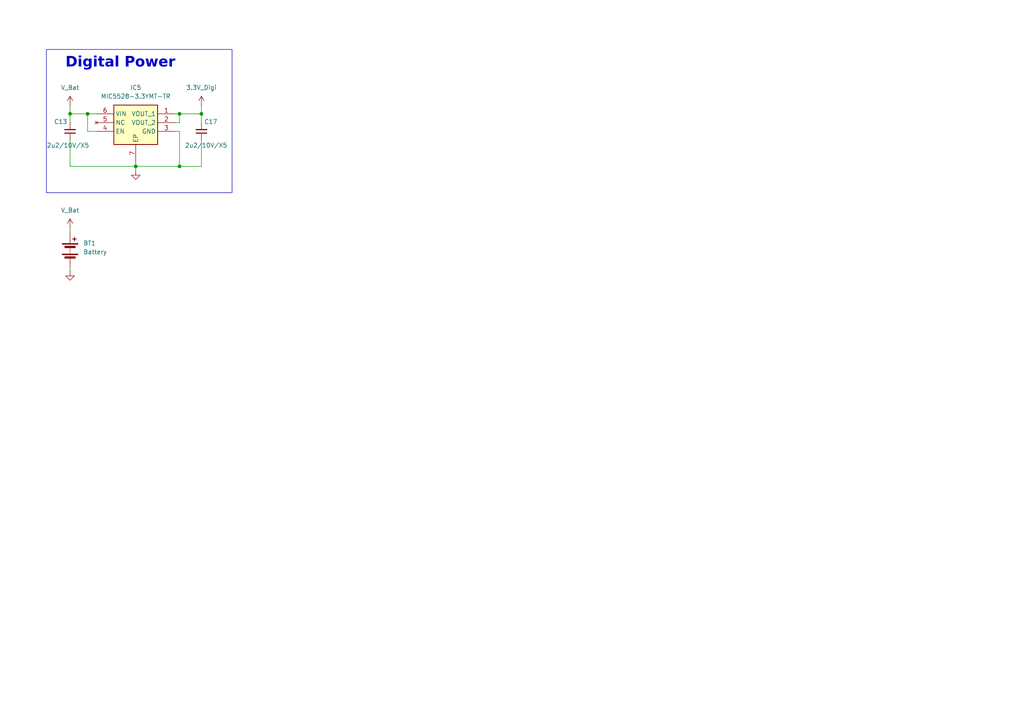
<source format=kicad_sch>
(kicad_sch (version 20231120) (generator "eeschema") (generator_version "8.0")
  (paper "A4")
  (lib_symbols
    (symbol "Device:Battery" (pin_numbers hide) (pin_names (offset 0) hide)
      (property "Reference" "BT" (at 2.54 2.54 0))
      (property "Value" "Battery" (at 2.54 0 0))
      (symbol "Battery_0_1"
        (rectangle (start -2.286 -1.27) (end 2.286 -1.524) (fill (type outline)))
        (rectangle (start -2.286 1.778) (end 2.286 1.524) (fill (type outline)))
        (rectangle (start -1.524 -2.032) (end 1.524 -2.54) (fill (type outline)))
        (rectangle (start -1.524 1.016) (end 1.524 0.508) (fill (type outline)))
        (polyline (pts (xy 0 -1.016) (xy 0 -0.762)))
        (polyline (pts (xy 0 -0.508) (xy 0 -0.254)))
        (polyline (pts (xy 0 0) (xy 0 0.254)))
        (polyline (pts (xy 0 1.778) (xy 0 2.54)))
        (polyline (pts (xy 0.762 3.048) (xy 1.778 3.048)) (stroke (width 0.254)))
        (polyline (pts (xy 1.27 3.556) (xy 1.27 2.54)) (stroke (width 0.254)))
      )
      (symbol "Battery_1_1"
        (pin passive line (at 0 5.08 270) (length 2.54) (name "+") (number "1"))
        (pin passive line (at 0 -5.08 90) (length 2.54) (name "-") (number "2"))
      )
    )
    (symbol "Device:C_Small" (pin_numbers hide) (pin_names (offset 0.254) hide)
      (property "Reference" "C" (at 0.254 1.778 0))
      (property "Value" "C_Small" (at 0.254 -2.032 0))
      (symbol "C_Small_0_1"
        (polyline (pts (xy -1.524 -0.508) (xy 1.524 -0.508)) (stroke (width 0.3302)))
        (polyline (pts (xy -1.524 0.508) (xy 1.524 0.508)) (stroke (width 0.3048)))
      )
      (symbol "C_Small_1_1"
        (pin passive line (at 0 2.54 270) (length 2.032) (name "~") (number "1"))
        (pin passive line (at 0 -2.54 90) (length 2.032) (name "~") (number "2"))
      )
    )
    (symbol "FC_Library:MIC5528-3.3YMT-TR"
      (property "Reference" "IC" (at 26.67 7.62 0))
      (property "Value" "MIC5528-3.3YMT-TR" (at 26.67 5.08 0))
      (symbol "MIC5528-3.3YMT-TR_1_1"
        (rectangle (start 5.08 2.54) (end 17.78 -8.89) (stroke (width 0.254)) (fill (type background)))
        (pin passive line (at 0 0 0) (length 5.08) (name "VOUT_1") (number "1"))
        (pin passive line (at 0 -2.54 0) (length 5.08) (name "VOUT_2") (number "2"))
        (pin passive line (at 0 -5.08 0) (length 5.08) (name "GND") (number "3"))
        (pin passive line (at 22.86 -5.08 180) (length 5.08) (name "EN") (number "4"))
        (pin no_connect line (at 22.86 -2.54 180) (length 5.08) (name "NC") (number "5"))
        (pin passive line (at 22.86 0 180) (length 5.08) (name "VIN") (number "6"))
        (pin passive line (at 11.43 -13.97 90) (length 5.08) (name "EP") (number "7"))
      )
    )
    (symbol "power:+3V3" (power) (pin_numbers hide) (pin_names (offset 0) hide)
      (property "Value" "+3V3" (at 0 3.556 0))
      (symbol "+3V3_0_1"
        (polyline (pts (xy -0.762 1.27) (xy 0 2.54)))
        (polyline (pts (xy 0 0) (xy 0 2.54)))
        (polyline (pts (xy 0 2.54) (xy 0.762 1.27)))
      )
      (symbol "+3V3_1_1"
        (pin power_in line (at 0 0 90) (length 0) (name "~") (number "1"))
      )
    )
    (symbol "power:+6V" (power) (pin_numbers hide) (pin_names (offset 0) hide)
      (property "Value" "+6V" (at 0 3.556 0))
      (symbol "+6V_0_1"
        (polyline (pts (xy -0.762 1.27) (xy 0 2.54)))
        (polyline (pts (xy 0 0) (xy 0 2.54)))
        (polyline (pts (xy 0 2.54) (xy 0.762 1.27)))
      )
      (symbol "+6V_1_1"
        (pin power_in line (at 0 0 90) (length 0) (name "~") (number "1"))
      )
    )
    (symbol "power:GND" (power) (pin_numbers hide) (pin_names (offset 0) hide)
      (property "Value" "GND" (at 0 -3.81 0))
      (symbol "GND_0_1"
        (polyline (pts (xy 0 0) (xy 0 -1.27) (xy 1.27 -1.27) (xy 0 -2.54) (xy -1.27 -1.27) (xy 0 -1.27)))
      )
      (symbol "GND_1_1"
        (pin power_in line (at 0 0 270) (length 0) (name "~") (number "1"))
      )
    )
  )
  (junction (at 39.37 48.26))
  (junction (at 20.32 33.02))
  (junction (at 58.42 33.02))
  (junction (at 25.4 33.02))
  (junction (at 52.07 48.26))
  (junction (at 52.07 33.02))
  (wire (pts (xy 25.4 33.02) (xy 20.32 33.02)))
  (wire (pts (xy 58.42 40.64) (xy 58.42 48.26)))
  (wire (pts (xy 25.4 38.1) (xy 25.4 33.02)))
  (wire (pts (xy 58.42 35.56) (xy 58.42 33.02)))
  (wire (pts (xy 27.94 38.1) (xy 25.4 38.1)))
  (wire (pts (xy 20.32 66.04) (xy 20.32 67.31)))
  (wire (pts (xy 20.32 33.02) (xy 20.32 35.56)))
  (wire (pts (xy 58.42 33.02) (xy 52.07 33.02)))
  (wire (pts (xy 20.32 78.74) (xy 20.32 77.47)))
  (wire (pts (xy 39.37 46.99) (xy 39.37 48.26)))
  (wire (pts (xy 52.07 38.1) (xy 52.07 48.26)))
  (wire (pts (xy 58.42 30.48) (xy 58.42 33.02)))
  (wire (pts (xy 52.07 33.02) (xy 50.8 33.02)))
  (wire (pts (xy 27.94 33.02) (xy 25.4 33.02)))
  (wire (pts (xy 50.8 35.56) (xy 52.07 35.56)))
  (wire (pts (xy 52.07 48.26) (xy 39.37 48.26)))
  (wire (pts (xy 58.42 48.26) (xy 52.07 48.26)))
  (wire (pts (xy 50.8 38.1) (xy 52.07 38.1)))
  (wire (pts (xy 39.37 48.26) (xy 20.32 48.26)))
  (wire (pts (xy 52.07 33.02) (xy 52.07 35.56)))
  (wire (pts (xy 39.37 48.26) (xy 39.37 49.53)))
  (wire (pts (xy 20.32 48.26) (xy 20.32 40.64)))
  (wire (pts (xy 20.32 30.48) (xy 20.32 33.02)))
  (rectangle (start 13.462 14.351) (end 67.31 55.88))
  (text "Digital Power" (at 34.925 19.05 0) (effects (font (size 3 3))))
  (symbol (lib_id "power:GND") (at 39.37 49.53 0) (mirror y) (unit 1)
    (property "Reference" "#PWR028" (effects (hide yes)))
    (property "Value" "GND" (effects (hide yes)))
    (property "Description" "Power symbol creates a global label with name \"GND\" , ground" (effects (hide yes)))
  )
  (symbol (lib_id "power:+6V") (at 20.32 66.04 0) (unit 1)
    (property "Reference" "#PWR048" (effects (hide yes)))
    (property "Value" "V_Bat" (at 20.32 60.96 0))
    (property "Description" "Power symbol creates a global label with name \"+6V\"" (effects (hide yes)))
  )
  (symbol (lib_id "Device:C_Small") (at 20.32 38.1 0) (mirror x) (unit 1)
    (property "Reference" "C13" (at 19.558 35.306 0) (effects (justify right)))
    (property "Value" "2u2/10V/X5" (at 25.908 42.164 0) (effects (justify right)))
    (property "Footprint" "Capacitor_SMD:C_0603_1608Metric" (effects (hide yes)))
    (property "Description" "Unpolarized capacitor, small symbol" (effects (hide yes)))
  )
  (symbol (lib_id "Device:Battery") (at 20.32 72.39 0) (unit 1)
    (property "Reference" "BT1" (at 24.13 70.5484 0) (effects (justify left)))
    (property "Value" "Battery" (at 24.13 73.0884 0) (effects (justify left)))
    (property "Footprint" "Connector_PinHeader_2.54mm:PinHeader_1x02_P2.54mm_Vertical" (effects (hide yes)))
    (property "Description" "Multiple-cell battery" (effects (hide yes)))
  )
  (symbol (lib_id "FC_Library:MIC5528-3.3YMT-TR") (at 50.8 33.02 0) (mirror y) (unit 1)
    (property "Reference" "IC5" (at 39.37 25.4 0))
    (property "Value" "MIC5528-3.3YMT-TR" (at 39.37 27.94 0))
    (property "Footprint" "SON40P120X120X60-7N-D" (effects (hide yes)))
    (property "Datasheet" "https://ww1.microchip.com/downloads/en/DeviceDoc/MIC5528-High-Performance-500mA-LDO-in-Thin-and-Extra-Thin-DFN-Packages-DS20005982B.pdf" (effects (hide yes)))
    (property "Description" "Microchip Technology MIC5528-3.3YMT-TR, LDO Voltage Regulator Controller, 500mA, 3.3 V, +/-3% 6-Pin, TDFN" (effects (hide yes)))
    (property "Height" "0.6" (effects (hide yes)))
    (property "Mouser Part Number" "998-MIC5528-3.3YMTTR" (effects (hide yes)))
    (property "Mouser Price/Stock" "https://www.mouser.co.uk/ProductDetail/Microchip-Technology/MIC5528-3.3YMT-TR?qs=U6T8BxXiZAXEO0XtzncCuQ%3D%3D" (effects (hide yes)))
    (property "Manufacturer_Name" "Microchip" (effects (hide yes)))
    (property "Manufacturer_Part_Number" "MIC5528-3.3YMT-TR" (effects (hide yes)))
  )
  (symbol (lib_id "power:+3V3") (at 58.42 30.48 0) (unit 1)
    (property "Reference" "#PWR029" (effects (hide yes)))
    (property "Value" "3.3V_Digi" (at 58.42 25.4 0))
    (property "Description" "Power symbol creates a global label with name \"+3V3\"" (effects (hide yes)))
  )
  (symbol (lib_id "Device:C_Small") (at 58.42 38.1 180) (unit 1)
    (property "Reference" "C17" (at 59.182 35.306 0) (effects (justify right)))
    (property "Value" "2u2/10V/X5" (at 53.594 42.164 0) (effects (justify right)))
    (property "Footprint" "Capacitor_SMD:C_0603_1608Metric" (effects (hide yes)))
    (property "Description" "Unpolarized capacitor, small symbol" (effects (hide yes)))
  )
  (symbol (lib_id "power:GND") (at 20.32 78.74 0) (unit 1)
    (property "Reference" "#PWR047" (effects (hide yes)))
    (property "Value" "GND" (effects (hide yes)))
    (property "Description" "Power symbol creates a global label with name \"GND\" , ground" (effects (hide yes)))
  )
  (symbol (lib_id "power:+6V") (at 20.32 30.48 0) (unit 1)
    (property "Reference" "#PWR01" (effects (hide yes)))
    (property "Value" "V_Bat" (at 20.32 25.4 0))
    (property "Description" "Power symbol creates a global label with name \"+6V\"" (effects (hide yes)))
  )
)
</source>
